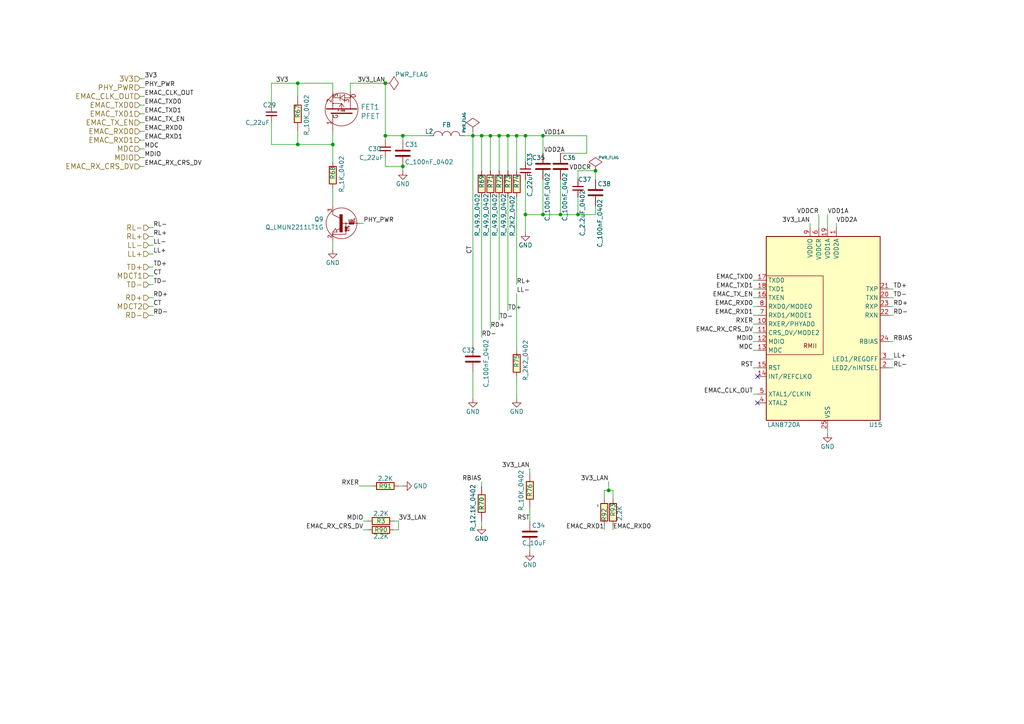
<source format=kicad_sch>
(kicad_sch (version 20211123) (generator eeschema)
  (paper "A4")
  (lib_symbols
    (symbol "C_100nF_0402_1" (pin_numbers hide) (pin_names (offset 0.254))
      (property "Reference" "C" (at 0.635 2.54 0))
      (property "Value" "C_100nF_0402_1" (at -5.715 -2.54 0))
      (symbol "C_100nF_0402_1_0_1"
        (polyline (pts (xy -2.032 -0.762) (xy 2.032 -0.762)) (stroke (width 0.508)))
        (polyline (pts (xy -2.032 0.762) (xy 2.032 0.762)) (stroke (width 0.508)))
      )
      (symbol "C_100nF_0402_1_1_1"
        (pin passive line (at 0 3.81 270) (length 2.794) (name "~") (number "1"))
        (pin passive line (at 0 -3.81 90) (length 2.794) (name "~") (number "2"))
      )
    )
    (symbol "C_100nF_0402_2" (pin_numbers hide) (pin_names (offset 0.254))
      (property "Reference" "C" (at 0.635 2.54 0))
      (property "Value" "C_100nF_0402_2" (at -5.715 -2.54 0))
      (symbol "C_100nF_0402_2_0_1"
        (polyline (pts (xy -2.032 -0.762) (xy 2.032 -0.762)) (stroke (width 0.508)))
        (polyline (pts (xy -2.032 0.762) (xy 2.032 0.762)) (stroke (width 0.508)))
      )
      (symbol "C_100nF_0402_2_1_1"
        (pin passive line (at 0 3.81 270) (length 2.794) (name "~") (number "1"))
        (pin passive line (at 0 -3.81 90) (length 2.794) (name "~") (number "2"))
      )
    )
    (symbol "C_100nF_0402_3" (pin_numbers hide) (pin_names (offset 0.254))
      (property "Reference" "C" (at 0.635 2.54 0))
      (property "Value" "C_100nF_0402_3" (at -5.715 -2.54 0))
      (symbol "C_100nF_0402_3_0_1"
        (polyline (pts (xy -2.032 -0.762) (xy 2.032 -0.762)) (stroke (width 0.508)))
        (polyline (pts (xy -2.032 0.762) (xy 2.032 0.762)) (stroke (width 0.508)))
      )
      (symbol "C_100nF_0402_3_1_1"
        (pin passive line (at 0 3.81 270) (length 2.794) (name "~") (number "1"))
        (pin passive line (at 0 -3.81 90) (length 2.794) (name "~") (number "2"))
      )
    )
    (symbol "C_100nF_0402_4" (pin_numbers hide) (pin_names (offset 0.254))
      (property "Reference" "C" (at 0.635 2.54 0))
      (property "Value" "C_100nF_0402_4" (at -5.715 -2.54 0))
      (symbol "C_100nF_0402_4_0_1"
        (polyline (pts (xy -2.032 -0.762) (xy 2.032 -0.762)) (stroke (width 0.508)))
        (polyline (pts (xy -2.032 0.762) (xy 2.032 0.762)) (stroke (width 0.508)))
      )
      (symbol "C_100nF_0402_4_1_1"
        (pin passive line (at 0 3.81 270) (length 2.794) (name "~") (number "1"))
        (pin passive line (at 0 -3.81 90) (length 2.794) (name "~") (number "2"))
      )
    )
    (symbol "C_22uF_1" (pin_numbers hide) (pin_names (offset 0.254) hide)
      (property "Reference" "C" (at 0.254 1.778 0))
      (property "Value" "C_22uF_1" (at 0.254 -2.032 0))
      (symbol "C_22uF_1_0_1"
        (polyline (pts (xy -1.524 -0.508) (xy 1.524 -0.508)) (stroke (width 0.3302)))
        (polyline (pts (xy -1.524 0.508) (xy 1.524 0.508)) (stroke (width 0.3048)))
      )
      (symbol "C_22uF_1_1_1"
        (pin passive line (at 0 2.54 270) (length 1.905) (name "~") (number "1"))
        (pin passive line (at 0 -2.54 90) (length 2.032) (name "~") (number "2"))
      )
    )
    (symbol "C_22uF_2" (pin_numbers hide) (pin_names (offset 0.254) hide)
      (property "Reference" "C" (at 0.254 1.778 0))
      (property "Value" "C_22uF_2" (at 0.254 -2.032 0))
      (symbol "C_22uF_2_0_1"
        (polyline (pts (xy -1.524 -0.508) (xy 1.524 -0.508)) (stroke (width 0.3302)))
        (polyline (pts (xy -1.524 0.508) (xy 1.524 0.508)) (stroke (width 0.3048)))
      )
      (symbol "C_22uF_2_1_1"
        (pin passive line (at 0 2.54 270) (length 1.905) (name "~") (number "1"))
        (pin passive line (at 0 -2.54 90) (length 2.032) (name "~") (number "2"))
      )
    )
    (symbol "ESP32-PoE_Rev_E:GND" (power) (pin_names (offset 0))
      (property "Value" "GND" (at 0 -3.81 0))
      (symbol "GND_0_1"
        (polyline (pts (xy 0 0) (xy 0 -1.27) (xy 1.27 -1.27) (xy 0 -2.54) (xy -1.27 -1.27) (xy 0 -1.27)))
      )
      (symbol "GND_1_1"
        (pin power_in line (at 0 0 270) (length 0) hide (name "GND") (number "1"))
      )
    )
    (symbol "ESP32-PoE_Rev_E:PWR_FLAG" (power) (pin_numbers hide) (pin_names (offset 0) hide)
      (property "Value" "PWR_FLAG" (at 0 4.572 0))
      (symbol "PWR_FLAG_0_0"
        (pin power_out line (at 0 0 90) (length 0) (name "pwr") (number "1"))
      )
      (symbol "PWR_FLAG_0_1"
        (polyline (pts (xy 0 0) (xy 0 1.27) (xy -1.905 2.54) (xy 0 3.81) (xy 1.905 2.54) (xy 0 1.27)))
      )
    )
    (symbol "Interface_Ethernet:LAN8720A"
      (property "Reference" "U" (at -13.97 29.21 0))
      (property "Value" "LAN8720A" (at 15.24 29.21 0))
      (symbol "LAN8720A_0_0"
        (text "RMII" (at -5.08 -3.81 0) (effects (font (size 1.27 1.27))))
      )
      (symbol "LAN8720A_0_1"
        (rectangle (start -17.78 27.94) (end 15.24 -25.4) (stroke (width 0.254)) (fill (type background)))
        (polyline (pts (xy -17.78 -6.35) (xy -1.27 -6.35) (xy -1.27 16.51) (xy -17.78 16.51)))
      )
      (symbol "LAN8720A_1_1"
        (pin power_in line (at 2.54 30.48 270) (length 2.54) (name "VDD2A") (number "1"))
        (pin output line (at -20.32 2.54 0) (length 2.54) (name "RXER/PHYAD0") (number "10"))
        (pin output line (at -20.32 0 0) (length 2.54) (name "CRS_DV/MODE2") (number "11"))
        (pin bidirectional line (at -20.32 -2.54 0) (length 2.54) (name "MDIO") (number "12"))
        (pin input line (at -20.32 -5.08 0) (length 2.54) (name "MDC") (number "13"))
        (pin output line (at -20.32 -12.7 0) (length 2.54) (name "INT/REFCLKO") (number "14"))
        (pin input line (at -20.32 -10.16 0) (length 2.54) (name "RST") (number "15"))
        (pin input line (at -20.32 10.16 0) (length 2.54) (name "TXEN") (number "16"))
        (pin input line (at -20.32 15.24 0) (length 2.54) (name "TXD0") (number "17"))
        (pin input line (at -20.32 12.7 0) (length 2.54) (name "TXD1") (number "18"))
        (pin power_in line (at 0 30.48 270) (length 2.54) (name "VDD1A") (number "19"))
        (pin bidirectional line (at 17.78 -10.16 180) (length 2.54) (name "LED2/nINTSEL") (number "2"))
        (pin output line (at 17.78 10.16 180) (length 2.54) (name "TXN") (number "20"))
        (pin output line (at 17.78 12.7 180) (length 2.54) (name "TXP") (number "21"))
        (pin output line (at 17.78 5.08 180) (length 2.54) (name "RXN") (number "22"))
        (pin output line (at 17.78 7.62 180) (length 2.54) (name "RXP") (number "23"))
        (pin input line (at 17.78 -2.54 180) (length 2.54) (name "RBIAS") (number "24"))
        (pin power_in line (at 0 -27.94 90) (length 2.54) (name "VSS") (number "25"))
        (pin bidirectional line (at 17.78 -7.62 180) (length 2.54) (name "LED1/REGOFF") (number "3"))
        (pin passive line (at -20.32 -20.32 0) (length 2.54) (name "XTAL2") (number "4"))
        (pin passive line (at -20.32 -17.78 0) (length 2.54) (name "XTAL1/CLKIN") (number "5"))
        (pin power_in line (at -2.54 30.48 270) (length 2.54) (name "VDDCR") (number "6"))
        (pin output line (at -20.32 5.08 0) (length 2.54) (name "RXD1/MODE1") (number "7"))
        (pin output line (at -20.32 7.62 0) (length 2.54) (name "RXD0/MODE0") (number "8"))
        (pin power_in line (at -5.08 30.48 270) (length 2.54) (name "VDDIO") (number "9"))
      )
    )
    (symbol "Open Automation:R_2.2K" (pin_numbers hide) (pin_names (offset 0))
      (property "Reference" "R" (at 0 0 90))
      (property "Value" "R_2.2K" (at -1.905 0 90))
      (symbol "R_2.2K_0_1"
        (rectangle (start -1.016 -2.54) (end 1.016 2.54) (stroke (width 0.254)) (fill (type background)))
      )
      (symbol "R_2.2K_1_1"
        (pin passive line (at 0 3.81 270) (length 1.27) (name "~") (number "1"))
        (pin passive line (at 0 -3.81 90) (length 1.27) (name "~") (number "2"))
      )
    )
    (symbol "Open_Automation:C_100nF_0402" (pin_numbers hide) (pin_names (offset 0.254))
      (property "Reference" "C" (at 0.635 2.54 0))
      (property "Value" "C_100nF_0402" (at -5.715 -2.54 0))
      (symbol "C_100nF_0402_0_1"
        (polyline (pts (xy -2.032 -0.762) (xy 2.032 -0.762)) (stroke (width 0.508)))
        (polyline (pts (xy -2.032 0.762) (xy 2.032 0.762)) (stroke (width 0.508)))
      )
      (symbol "C_100nF_0402_1_1"
        (pin passive line (at 0 3.81 270) (length 2.794) (name "~") (number "1"))
        (pin passive line (at 0 -3.81 90) (length 2.794) (name "~") (number "2"))
      )
    )
    (symbol "Open_Automation:C_10uF" (pin_numbers hide) (pin_names (offset 0.254))
      (property "Reference" "C" (at 0.635 2.54 0))
      (property "Value" "C_10uF" (at 1.27 -2.54 0))
      (symbol "C_10uF_0_1"
        (polyline (pts (xy -2.032 -0.762) (xy 2.032 -0.762)) (stroke (width 0.508)))
        (polyline (pts (xy -2.032 0.762) (xy 2.032 0.762)) (stroke (width 0.508)))
      )
      (symbol "C_10uF_1_1"
        (pin passive line (at 0 3.81 270) (length 2.794) (name "~") (number "1"))
        (pin passive line (at 0 -3.81 90) (length 2.794) (name "~") (number "2"))
      )
    )
    (symbol "Open_Automation:C_2.2uF_0402" (pin_numbers hide) (pin_names (offset 0.254) hide)
      (property "Reference" "C" (at 0.254 1.778 0))
      (property "Value" "C_2.2uF_0402" (at 0.254 -2.032 0))
      (symbol "C_2.2uF_0402_0_1"
        (polyline (pts (xy -1.524 -0.508) (xy 1.524 -0.508)) (stroke (width 0.3302)))
        (polyline (pts (xy -1.524 0.508) (xy 1.524 0.508)) (stroke (width 0.3048)))
      )
      (symbol "C_2.2uF_0402_1_1"
        (pin passive line (at 0 2.54 270) (length 1.905) (name "~") (number "1"))
        (pin passive line (at 0 -2.54 90) (length 2.032) (name "~") (number "2"))
      )
    )
    (symbol "Open_Automation:C_22uF" (pin_numbers hide) (pin_names (offset 0.254) hide)
      (property "Reference" "C" (at 0.254 1.778 0))
      (property "Value" "C_22uF" (at 0.254 -2.032 0))
      (symbol "C_22uF_0_1"
        (polyline (pts (xy -1.524 -0.508) (xy 1.524 -0.508)) (stroke (width 0.3302)))
        (polyline (pts (xy -1.524 0.508) (xy 1.524 0.508)) (stroke (width 0.3048)))
      )
      (symbol "C_22uF_1_1"
        (pin passive line (at 0 2.54 270) (length 1.905) (name "~") (number "1"))
        (pin passive line (at 0 -2.54 90) (length 2.032) (name "~") (number "2"))
      )
    )
    (symbol "Open_Automation:FB" (pin_numbers hide) (pin_names (offset 0) hide)
      (property "Reference" "L" (at -1.27 2.54 0))
      (property "Value" "FB" (at -1.27 -1.27 0))
      (symbol "FB_0_1"
        (arc (start -1.27 0) (mid -2.54 1.27) (end -3.81 0))
        (arc (start 1.27 0) (mid 0 1.27) (end -1.27 0))
        (arc (start 3.81 0) (mid 2.54 1.27) (end 1.27 0))
      )
      (symbol "FB_1_1"
        (pin passive line (at -5.08 0 0) (length 1.27) (name "1") (number "1"))
        (pin passive line (at 5.08 0 180) (length 1.27) (name "2") (number "2"))
      )
    )
    (symbol "Open_Automation:PFET" (pin_names (offset 1.016))
      (property "Reference" "FET" (at -6.35 -3.81 0))
      (property "Value" "PFET" (at -10.16 -6.35 0))
      (symbol "PFET_0_0"
        (circle (center -2.54 3.3782) (radius 0.1016))
        (polyline (pts (xy -0.0254 1.7018) (xy 0.6604 0.7874)))
        (polyline (pts (xy 0.4318 4.3688) (xy 0.4318 2.4892)))
        (polyline (pts (xy 0.4572 3.4036) (xy 2.4892 3.4036)))
        (polyline (pts (xy -0.0762 1.7018) (xy -0.7112 0.7874) (xy -0.6858 0.8382)))
        (polyline (pts (xy -0.0254 0.254) (xy -0.0254 1.7272) (xy 2.5146 1.7272)))
        (polyline (pts (xy -2.5146 3.3782) (xy -0.9144 3.3782) (xy -0.9144 4.2926) (xy -0.9144 2.5146) (xy 0.4064 3.3782) (xy -0.889 4.3434)))
        (polyline (pts (xy -4.445 0.2286) (xy 4.4196 0.254) (xy 4.4196 0.0762) (xy -4.4196 0.0762) (xy -4.445 0.0762) (xy -4.445 0.1524) (xy 4.2926 0.1524)))
        (polyline (pts (xy -3.0988 -1.016) (xy 3.0988 -1.016) (xy 3.0988 -1.1938) (xy -3.0734 -1.2192) (xy -3.1242 -1.2192) (xy -3.1242 -1.0414) (xy -3.048 -1.143) (xy 2.9972 -1.1176)))
        (circle (center 0 0) (radius 4.7752))
        (circle (center 2.5146 1.7272) (radius 0.1016))
        (circle (center 2.5146 3.4036) (radius 0.1016))
        (text "D" (at -3.429 3.9878 900) (effects (font (size 1.27 1.27))))
        (text "G" (at 1.7272 -2.032 900) (effects (font (size 1.27 1.27))))
        (text "P-MOS" (at 0.0254 -0.381 0) (effects (font (size 0.4064 0.4064))))
        (text "S" (at 1.7526 4.1402 900) (effects (font (size 1.27 1.27))))
      )
      (symbol "PFET_1_1"
        (pin input line (at 2.54 -6.35 90) (length 5.08) (name "~") (number "1"))
        (pin passive line (at 2.54 5.08 270) (length 5.08) (name "~") (number "2"))
        (pin passive line (at -2.54 5.08 270) (length 5.08) (name "~") (number "3"))
      )
    )
    (symbol "Open_Automation:Q_LMUN2211LT1G" (pin_names (offset 0) hide)
      (property "Reference" "Q" (at 5.08 0 0))
      (property "Value" "Q_LMUN2211LT1G" (at 5.08 -2.54 0))
      (symbol "Q_LMUN2211LT1G_1_0"
        (polyline (pts (xy -3.556 -0.254) (xy -2.286 -0.254)))
        (polyline (pts (xy -3.556 -0.127) (xy -3.556 -0.254)))
        (polyline (pts (xy -3.556 -0.127) (xy -2.286 -0.127)))
        (polyline (pts (xy -3.556 0) (xy -3.556 -0.127)))
        (polyline (pts (xy -3.556 0.127) (xy -3.556 0)))
        (polyline (pts (xy -3.556 0.127) (xy -2.286 0.127)))
        (polyline (pts (xy -3.556 0.254) (xy -3.556 0.127)))
        (polyline (pts (xy -3.556 0.254) (xy -2.286 0.254)))
        (polyline (pts (xy -2.286 0) (xy -3.556 0)))
        (polyline (pts (xy -2.286 0) (xy -2.286 -0.254)))
        (polyline (pts (xy -2.286 0.127) (xy -2.286 0)))
        (polyline (pts (xy -2.286 0.254) (xy -2.286 0.127)))
        (polyline (pts (xy -1.524 -2.286) (xy -1.524 -1.016)))
        (polyline (pts (xy -1.524 -2.286) (xy -1.397 -2.286)))
        (polyline (pts (xy -1.524 -1.016) (xy -1.397 -1.016)))
        (polyline (pts (xy -1.397 -2.286) (xy -1.397 -1.016)))
        (polyline (pts (xy -1.397 -2.286) (xy -1.143 -2.286)))
        (polyline (pts (xy -1.397 -1.016) (xy -1.143 -1.016)))
        (polyline (pts (xy -1.27 -3.175) (xy 2.54 -3.175)))
        (polyline (pts (xy -1.27 0) (xy -2.286 0)))
        (polyline (pts (xy -1.27 0) (xy -1.27 -3.175)))
        (polyline (pts (xy -1.143 -2.286) (xy -1.143 -1.016)))
        (polyline (pts (xy -1.143 -2.286) (xy -1.016 -2.286)))
        (polyline (pts (xy -1.143 -1.016) (xy -1.016 -1.016)))
        (polyline (pts (xy -1.016 -2.286) (xy -1.016 -1.016)))
        (polyline (pts (xy 0 0) (xy -1.27 0)))
        (polyline (pts (xy 1.27 -2.54) (xy 1.778 -1.524)))
        (polyline (pts (xy 1.524 -2.032) (xy 0.3048 -1.4224)))
        (polyline (pts (xy 1.778 -1.524) (xy 2.54 -2.54)))
        (polyline (pts (xy 2.54 -2.54) (xy 1.27 -2.54)))
        (polyline (pts (xy 2.54 2.54) (xy 0.508 1.524)))
        (text "10k" (at -2.7686 0.7366 0) (effects (font (size 0.6096 0.6096))))
        (text "47k" (at -2.0066 -1.4986 900) (effects (font (size 0.6096 0.6096))))
      )
      (symbol "Q_LMUN2211LT1G_1_1"
        (circle (center -1.27 0) (radius 0.127) (fill (type outline)))
        (rectangle (start -0.254 -2.54) (end 0.508 2.54) (fill (type outline)))
        (circle (center 0 0) (radius 4.4704))
        (circle (center 2.54 -3.175) (radius 0.127) (fill (type outline)))
        (pin passive line (at -5.08 0 0) (length 2.54) (name "B") (number "1"))
        (pin passive line (at 2.54 -5.08 90) (length 2.54) (name "E") (number "2"))
        (pin passive line (at 2.54 5.08 270) (length 2.54) (name "C") (number "3"))
      )
    )
    (symbol "Open_Automation:R_10K_0402" (pin_numbers hide) (pin_names (offset 0))
      (property "Reference" "R" (at 0 0 90))
      (property "Value" "R_10K_0402" (at -1.905 0 90))
      (symbol "R_10K_0402_0_1"
        (rectangle (start -1.016 -2.54) (end 1.016 2.54) (stroke (width 0.254)) (fill (type background)))
      )
      (symbol "R_10K_0402_1_1"
        (pin passive line (at 0 -5.08 90) (length 2.54) (name "~") (number "1"))
        (pin passive line (at 0 5.08 270) (length 2.54) (name "~") (number "2"))
      )
    )
    (symbol "Open_Automation:R_12.1K_0402" (pin_numbers hide) (pin_names (offset 0))
      (property "Reference" "R" (at 0 0 90))
      (property "Value" "R_12.1K_0402" (at -1.905 0 90))
      (symbol "R_12.1K_0402_0_1"
        (rectangle (start -1.016 -2.54) (end 1.016 2.54) (stroke (width 0.254)) (fill (type background)))
      )
      (symbol "R_12.1K_0402_1_1"
        (pin passive line (at 0 -5.08 90) (length 2.54) (name "~") (number "1"))
        (pin passive line (at 0 5.08 270) (length 2.54) (name "~") (number "2"))
      )
    )
    (symbol "Open_Automation:R_1K_0402" (pin_numbers hide) (pin_names (offset 0))
      (property "Reference" "R" (at 0 0 90))
      (property "Value" "R_1K_0402" (at -1.905 0 90))
      (symbol "R_1K_0402_0_1"
        (rectangle (start -1.016 -2.54) (end 1.016 2.54) (stroke (width 0.254)) (fill (type background)))
      )
      (symbol "R_1K_0402_1_1"
        (pin passive line (at 0 3.81 270) (length 1.27) (name "~") (number "1"))
        (pin passive line (at 0 -3.81 90) (length 1.27) (name "~") (number "2"))
      )
    )
    (symbol "Open_Automation:R_2K2_0402" (pin_numbers hide) (pin_names (offset 0))
      (property "Reference" "R" (at 0 0 90))
      (property "Value" "R_2K2_0402" (at -1.905 0 90))
      (symbol "R_2K2_0402_0_1"
        (rectangle (start -1.016 -2.54) (end 1.016 2.54) (stroke (width 0.254)) (fill (type background)))
      )
      (symbol "R_2K2_0402_1_1"
        (pin passive line (at 0 3.81 270) (length 1.27) (name "~") (number "1"))
        (pin passive line (at 0 -3.81 90) (length 1.27) (name "~") (number "2"))
      )
    )
    (symbol "Open_Automation:R_49.9_0402" (pin_numbers hide) (pin_names (offset 0))
      (property "Reference" "R" (at 0 0 90))
      (property "Value" "R_49.9_0402" (at -1.905 0 90))
      (symbol "R_49.9_0402_0_1"
        (rectangle (start -1.016 -2.54) (end 1.016 2.54) (stroke (width 0.254)) (fill (type background)))
      )
      (symbol "R_49.9_0402_1_1"
        (pin passive line (at 0 3.81 270) (length 1.27) (name "~") (number "1"))
        (pin passive line (at 0 -3.81 90) (length 1.27) (name "~") (number "2"))
      )
    )
    (symbol "R_10K_0402_1" (pin_numbers hide) (pin_names (offset 0))
      (property "Reference" "R" (at 0 0 90))
      (property "Value" "R_10K_0402_1" (at -1.905 0 90))
      (symbol "R_10K_0402_1_0_1"
        (rectangle (start -1.016 -2.54) (end 1.016 2.54) (stroke (width 0.254)) (fill (type background)))
      )
      (symbol "R_10K_0402_1_1_1"
        (pin passive line (at 0 -5.08 90) (length 2.54) (name "~") (number "1"))
        (pin passive line (at 0 5.08 270) (length 2.54) (name "~") (number "2"))
      )
    )
    (symbol "R_2K2_0402_1" (pin_numbers hide) (pin_names (offset 0))
      (property "Reference" "R" (at 0 0 90))
      (property "Value" "R_2K2_0402_1" (at -1.905 0 90))
      (symbol "R_2K2_0402_1_0_1"
        (rectangle (start -1.016 -2.54) (end 1.016 2.54) (stroke (width 0.254)) (fill (type background)))
      )
      (symbol "R_2K2_0402_1_1_1"
        (pin passive line (at 0 3.81 270) (length 1.27) (name "~") (number "1"))
        (pin passive line (at 0 -3.81 90) (length 1.27) (name "~") (number "2"))
      )
    )
    (symbol "R_49.9_0402_1" (pin_numbers hide) (pin_names (offset 0))
      (property "Reference" "R" (at 0 0 90))
      (property "Value" "R_49.9_0402_1" (at -1.905 0 90))
      (symbol "R_49.9_0402_1_0_1"
        (rectangle (start -1.016 -2.54) (end 1.016 2.54) (stroke (width 0.254)) (fill (type background)))
      )
      (symbol "R_49.9_0402_1_1_1"
        (pin passive line (at 0 3.81 270) (length 1.27) (name "~") (number "1"))
        (pin passive line (at 0 -3.81 90) (length 1.27) (name "~") (number "2"))
      )
    )
    (symbol "power:GND" (power) (pin_names (offset 0))
      (property "Value" "GND" (at 0 -3.81 0))
      (symbol "GND_0_1"
        (polyline (pts (xy 0 0) (xy 0 -1.27) (xy 1.27 -1.27) (xy 0 -2.54) (xy -1.27 -1.27) (xy 0 -1.27)))
      )
      (symbol "GND_1_1"
        (pin power_in line (at 0 0 270) (length 0) hide (name "GND") (number "1"))
      )
    )
  )
  (junction (at 157.48 39.37))
  (junction (at 147.32 39.37))
  (junction (at 86.36 24.13))
  (junction (at 176.53 142.24))
  (junction (at 137.16 39.37))
  (junction (at 172.72 49.53))
  (junction (at 116.84 48.26))
  (junction (at 111.76 39.37))
  (junction (at 86.36 41.91))
  (junction (at 152.4 62.23))
  (junction (at 116.84 39.37))
  (junction (at 144.78 39.37))
  (junction (at 152.4 39.37))
  (junction (at 149.86 39.37))
  (junction (at 96.52 41.91))
  (junction (at 111.76 24.13))
  (junction (at 157.48 62.23))
  (junction (at 162.56 62.23))
  (junction (at 139.7 39.37))
  (junction (at 167.64 62.23))
  (junction (at 142.24 39.37))
  (no_connect (at 219.71 116.84))
  (no_connect (at 219.71 109.22))
  (wire (pts (xy 162.56 52.07) (xy 162.56 62.23)))
  (wire (pts (xy 167.64 49.53) (xy 172.72 49.53)))
  (wire (pts (xy 218.44 88.9) (xy 219.71 88.9)))
  (wire (pts (xy 218.44 106.68) (xy 219.71 106.68)))
  (wire (pts (xy 40.64 38.1) (xy 41.91 38.1)))
  (wire (pts (xy 162.56 62.23) (xy 167.64 62.23)))
  (wire (pts (xy 157.48 62.23) (xy 162.56 62.23)))
  (wire (pts (xy 137.16 39.37) (xy 139.7 39.37)))
  (wire (pts (xy 152.4 62.23) (xy 152.4 67.31)))
  (wire (pts (xy 234.95 64.77) (xy 234.95 66.04)))
  (wire (pts (xy 172.72 52.07) (xy 172.72 49.53)))
  (wire (pts (xy 177.8 153.67) (xy 177.8 152.4)))
  (wire (pts (xy 149.86 57.15) (xy 149.86 82.55)))
  (wire (pts (xy 167.64 62.23) (xy 172.72 62.23)))
  (wire (pts (xy 147.32 39.37) (xy 149.86 39.37)))
  (wire (pts (xy 41.91 30.48) (xy 40.64 30.48)))
  (wire (pts (xy 218.44 81.28) (xy 219.71 81.28)))
  (wire (pts (xy 237.49 62.23) (xy 237.49 66.04)))
  (wire (pts (xy 149.86 39.37) (xy 152.4 39.37)))
  (wire (pts (xy 259.08 106.68) (xy 257.81 106.68)))
  (wire (pts (xy 167.64 49.53) (xy 167.64 52.07)))
  (wire (pts (xy 116.84 40.64) (xy 116.84 39.37)))
  (wire (pts (xy 86.36 38.1) (xy 86.36 41.91)))
  (wire (pts (xy 105.41 153.67) (xy 106.68 153.67)))
  (wire (pts (xy 259.08 99.06) (xy 257.81 99.06)))
  (wire (pts (xy 139.7 139.7) (xy 139.7 140.97)))
  (wire (pts (xy 116.84 48.26) (xy 116.84 49.53)))
  (wire (pts (xy 157.48 39.37) (xy 170.18 39.37)))
  (wire (pts (xy 105.41 64.77) (xy 104.14 64.77)))
  (wire (pts (xy 44.45 68.58) (xy 43.18 68.58)))
  (wire (pts (xy 116.84 140.97) (xy 115.57 140.97)))
  (wire (pts (xy 259.08 104.14) (xy 257.81 104.14)))
  (wire (pts (xy 86.36 41.91) (xy 96.52 41.91)))
  (wire (pts (xy 176.53 142.24) (xy 175.26 142.24)))
  (wire (pts (xy 78.74 41.91) (xy 86.36 41.91)))
  (wire (pts (xy 116.84 39.37) (xy 124.46 39.37)))
  (wire (pts (xy 137.16 107.95) (xy 137.16 115.57)))
  (wire (pts (xy 114.3 153.67) (xy 115.57 153.67)))
  (wire (pts (xy 41.91 27.94) (xy 40.64 27.94)))
  (wire (pts (xy 105.41 151.13) (xy 106.68 151.13)))
  (wire (pts (xy 86.36 27.94) (xy 86.36 24.13)))
  (wire (pts (xy 139.7 39.37) (xy 142.24 39.37)))
  (wire (pts (xy 101.6 26.67) (xy 101.6 24.13)))
  (wire (pts (xy 218.44 93.98) (xy 219.71 93.98)))
  (wire (pts (xy 111.76 40.64) (xy 111.76 39.37)))
  (wire (pts (xy 219.71 99.06) (xy 218.44 99.06)))
  (wire (pts (xy 115.57 151.13) (xy 115.57 153.67)))
  (wire (pts (xy 175.26 153.67) (xy 175.26 152.4)))
  (wire (pts (xy 170.18 39.37) (xy 170.18 44.45)))
  (wire (pts (xy 101.6 24.13) (xy 111.76 24.13)))
  (wire (pts (xy 44.45 86.36) (xy 43.18 86.36)))
  (wire (pts (xy 41.91 33.02) (xy 40.64 33.02)))
  (wire (pts (xy 111.76 45.72) (xy 111.76 48.26)))
  (wire (pts (xy 44.45 91.44) (xy 43.18 91.44)))
  (wire (pts (xy 44.45 71.12) (xy 43.18 71.12)))
  (wire (pts (xy 144.78 57.15) (xy 144.78 92.71)))
  (wire (pts (xy 40.64 48.26) (xy 41.91 48.26)))
  (wire (pts (xy 44.45 88.9) (xy 43.18 88.9)))
  (wire (pts (xy 115.57 151.13) (xy 114.3 151.13)))
  (wire (pts (xy 41.91 45.72) (xy 40.64 45.72)))
  (wire (pts (xy 142.24 57.15) (xy 142.24 95.25)))
  (wire (pts (xy 259.08 83.82) (xy 257.81 83.82)))
  (wire (pts (xy 177.8 142.24) (xy 177.8 144.78)))
  (wire (pts (xy 167.64 62.23) (xy 167.64 57.15)))
  (wire (pts (xy 149.86 109.22) (xy 149.86 115.57)))
  (wire (pts (xy 147.32 49.53) (xy 147.32 39.37)))
  (wire (pts (xy 96.52 24.13) (xy 96.52 26.67)))
  (wire (pts (xy 153.67 147.32) (xy 153.67 151.13)))
  (wire (pts (xy 147.32 57.15) (xy 147.32 90.17)))
  (wire (pts (xy 139.7 151.13) (xy 139.7 152.4)))
  (wire (pts (xy 175.26 142.24) (xy 175.26 144.78)))
  (wire (pts (xy 152.4 46.99) (xy 152.4 39.37)))
  (wire (pts (xy 40.64 40.64) (xy 41.91 40.64)))
  (wire (pts (xy 44.45 80.01) (xy 43.18 80.01)))
  (wire (pts (xy 144.78 49.53) (xy 144.78 39.37)))
  (wire (pts (xy 111.76 48.26) (xy 116.84 48.26)))
  (wire (pts (xy 259.08 86.36) (xy 257.81 86.36)))
  (wire (pts (xy 78.74 24.13) (xy 86.36 24.13)))
  (wire (pts (xy 41.91 35.56) (xy 40.64 35.56)))
  (wire (pts (xy 86.36 24.13) (xy 96.52 24.13)))
  (wire (pts (xy 218.44 86.36) (xy 219.71 86.36)))
  (wire (pts (xy 40.64 43.18) (xy 41.91 43.18)))
  (wire (pts (xy 153.67 160.02) (xy 153.67 158.75)))
  (wire (pts (xy 218.44 101.6) (xy 219.71 101.6)))
  (wire (pts (xy 176.53 142.24) (xy 177.8 142.24)))
  (wire (pts (xy 78.74 30.48) (xy 78.74 24.13)))
  (wire (pts (xy 259.08 88.9) (xy 257.81 88.9)))
  (wire (pts (xy 153.67 135.89) (xy 153.67 137.16)))
  (wire (pts (xy 111.76 24.13) (xy 111.76 39.37)))
  (wire (pts (xy 78.74 35.56) (xy 78.74 41.91)))
  (wire (pts (xy 152.4 52.07) (xy 152.4 62.23)))
  (wire (pts (xy 134.62 39.37) (xy 137.16 39.37)))
  (wire (pts (xy 142.24 49.53) (xy 142.24 39.37)))
  (wire (pts (xy 41.91 25.4) (xy 40.64 25.4)))
  (wire (pts (xy 43.18 73.66) (xy 44.45 73.66)))
  (wire (pts (xy 240.03 62.23) (xy 240.03 66.04)))
  (wire (pts (xy 144.78 39.37) (xy 147.32 39.37)))
  (wire (pts (xy 149.86 85.09) (xy 149.86 101.6)))
  (wire (pts (xy 218.44 114.3) (xy 219.71 114.3)))
  (wire (pts (xy 96.52 54.61) (xy 96.52 59.69)))
  (wire (pts (xy 172.72 59.69) (xy 172.72 62.23)))
  (wire (pts (xy 137.16 39.37) (xy 137.16 100.33)))
  (wire (pts (xy 218.44 83.82) (xy 219.71 83.82)))
  (wire (pts (xy 162.56 44.45) (xy 170.18 44.45)))
  (wire (pts (xy 96.52 72.39) (xy 96.52 69.85)))
  (wire (pts (xy 44.45 82.55) (xy 43.18 82.55)))
  (wire (pts (xy 96.52 41.91) (xy 96.52 46.99)))
  (wire (pts (xy 157.48 52.07) (xy 157.48 62.23)))
  (wire (pts (xy 152.4 62.23) (xy 157.48 62.23)))
  (wire (pts (xy 104.14 140.97) (xy 107.95 140.97)))
  (wire (pts (xy 176.53 139.7) (xy 176.53 142.24)))
  (wire (pts (xy 111.76 39.37) (xy 116.84 39.37)))
  (wire (pts (xy 139.7 49.53) (xy 139.7 39.37)))
  (wire (pts (xy 218.44 96.52) (xy 219.71 96.52)))
  (wire (pts (xy 240.03 125.73) (xy 240.03 124.46)))
  (wire (pts (xy 157.48 44.45) (xy 157.48 39.37)))
  (wire (pts (xy 137.16 38.1) (xy 137.16 39.37)))
  (wire (pts (xy 142.24 39.37) (xy 144.78 39.37)))
  (wire (pts (xy 152.4 39.37) (xy 157.48 39.37)))
  (wire (pts (xy 96.52 38.1) (xy 96.52 41.91)))
  (wire (pts (xy 149.86 49.53) (xy 149.86 39.37)))
  (wire (pts (xy 139.7 57.15) (xy 139.7 97.79)))
  (wire (pts (xy 44.45 66.04) (xy 43.18 66.04)))
  (wire (pts (xy 259.08 91.44) (xy 257.81 91.44)))
  (wire (pts (xy 242.57 64.77) (xy 242.57 66.04)))
  (wire (pts (xy 218.44 91.44) (xy 219.71 91.44)))
  (wire (pts (xy 44.45 77.47) (xy 43.18 77.47)))
  (wire (pts (xy 41.91 22.86) (xy 40.64 22.86)))
  (label "RBIAS" (at 139.7 139.7 180))
  (label "EMAC_TXD0" (at 41.91 30.48 0))
  (label "EMAC_RX_CRS_DV" (at 41.91 48.26 0))
  (label "EMAC_RXD1" (at 218.44 91.44 180))
  (label "VDD2A" (at 163.83 44.45 180))
  (label "MDIO" (at 105.41 151.13 180))
  (label "RL-" (at 44.45 66.04 0))
  (label "EMAC_RXD1" (at 175.26 153.67 180))
  (label "MDIO" (at 41.91 45.72 0))
  (label "3V3_LAN" (at 234.95 64.77 180))
  (label "LL+" (at 259.08 104.14 0))
  (label "RL-" (at 259.08 106.68 0))
  (label "RD+" (at 142.24 95.25 0))
  (label "TD+" (at 44.45 77.47 0))
  (label "RD+" (at 44.45 86.36 0))
  (label "VDDCR" (at 237.49 62.23 180))
  (label "EMAC_RX_CRS_DV" (at 105.41 153.67 180))
  (label "RST" (at 153.67 151.13 180))
  (label "TD-" (at 44.45 82.55 0))
  (label "3V3" (at 80.01 24.13 0))
  (label "3V3_LAN" (at 111.76 24.13 180))
  (label "RL+" (at 149.86 82.55 0))
  (label "MDC" (at 41.91 43.18 0))
  (label "RL+" (at 44.45 68.58 0))
  (label "LL+" (at 44.45 73.66 0))
  (label "RXER" (at 104.14 140.97 180))
  (label "TD-" (at 259.08 86.36 0))
  (label "TD+" (at 147.32 90.17 0))
  (label "EMAC_RXD1" (at 41.91 40.64 0))
  (label "3V3" (at 41.91 22.86 0))
  (label "EMAC_TXD1" (at 218.44 83.82 180))
  (label "PHY_PWR" (at 105.41 64.77 0))
  (label "VDDCR" (at 171.45 49.53 180))
  (label "EMAC_CLK_OUT" (at 41.91 27.94 0))
  (label "EMAC_TXD1" (at 41.91 33.02 0))
  (label "PHY_PWR" (at 41.91 25.4 0))
  (label "RD-" (at 139.7 97.79 0))
  (label "EMAC_TXD0" (at 218.44 81.28 180))
  (label "RD-" (at 259.08 91.44 0))
  (label "CT" (at 137.16 73.66 90))
  (label "EMAC_CLK_OUT" (at 218.44 114.3 180))
  (label "EMAC_RXD0" (at 177.8 153.67 0))
  (label "3V3_LAN" (at 115.57 151.13 0))
  (label "VDD1A" (at 240.03 62.23 0))
  (label "3V3_LAN" (at 176.53 139.7 180))
  (label "RST" (at 218.44 106.68 180))
  (label "MDIO" (at 218.44 99.06 180))
  (label "LL-" (at 44.45 71.12 0))
  (label "TD-" (at 144.78 92.71 0))
  (label "RD-" (at 44.45 91.44 0))
  (label "VDD2A" (at 242.57 64.77 0))
  (label "3V3_LAN" (at 153.67 135.89 180))
  (label "RXER" (at 218.44 93.98 180))
  (label "EMAC_RX_CRS_DV" (at 218.44 96.52 180))
  (label "RBIAS" (at 259.08 99.06 0))
  (label "MDC" (at 218.44 101.6 180))
  (label "EMAC_TX_EN" (at 41.91 35.56 0))
  (label "VDD1A" (at 163.83 39.37 180))
  (label "EMAC_RXD0" (at 218.44 88.9 180))
  (label "RD+" (at 259.08 88.9 0))
  (label "EMAC_RXD0" (at 41.91 38.1 0))
  (label "LL-" (at 149.86 85.09 0))
  (label "EMAC_TX_EN" (at 218.44 86.36 180))
  (label "CT" (at 44.45 80.01 0))
  (label "CT" (at 44.45 88.9 0))
  (label "TD+" (at 259.08 83.82 0))
  (hierarchical_label "TD-" (shape input) (at 43.18 82.55 180) (effects (font (size 1.524 1.524))))
  (hierarchical_label "MDC" (shape input) (at 40.64 43.18 180) (effects (font (size 1.524 1.524))))
  (hierarchical_label "MDIO" (shape input) (at 40.64 45.72 180) (effects (font (size 1.524 1.524))))
  (hierarchical_label "EMAC_RXD0" (shape input) (at 40.64 38.1 180) (effects (font (size 1.524 1.524))))
  (hierarchical_label "EMAC_RX_CRS_DV" (shape input) (at 40.64 48.26 180) (effects (font (size 1.524 1.524))))
  (hierarchical_label "3V3" (shape input) (at 40.64 22.86 180) (effects (font (size 1.524 1.524))))
  (hierarchical_label "RL+" (shape input) (at 43.18 68.58 180) (effects (font (size 1.524 1.524))))
  (hierarchical_label "EMAC_TX_EN" (shape input) (at 40.64 35.56 180) (effects (font (size 1.524 1.524))))
  (hierarchical_label "EMAC_TXD0" (shape input) (at 40.64 30.48 180) (effects (font (size 1.524 1.524))))
  (hierarchical_label "MDCT2" (shape input) (at 43.18 88.9 180) (effects (font (size 1.524 1.524))))
  (hierarchical_label "EMAC_RXD1" (shape input) (at 40.64 40.64 180) (effects (font (size 1.524 1.524))))
  (hierarchical_label "LL+" (shape input) (at 43.18 73.66 180) (effects (font (size 1.524 1.524))))
  (hierarchical_label "TD+" (shape input) (at 43.18 77.47 180) (effects (font (size 1.524 1.524))))
  (hierarchical_label "RL-" (shape input) (at 43.18 66.04 180) (effects (font (size 1.524 1.524))))
  (hierarchical_label "RD+" (shape input) (at 43.18 86.36 180) (effects (font (size 1.524 1.524))))
  (hierarchical_label "EMAC_TXD1" (shape input) (at 40.64 33.02 180) (effects (font (size 1.524 1.524))))
  (hierarchical_label "MDCT1" (shape input) (at 43.18 80.01 180) (effects (font (size 1.524 1.524))))
  (hierarchical_label "EMAC_CLK_OUT" (shape input) (at 40.64 27.94 180) (effects (font (size 1.524 1.524))))
  (hierarchical_label "LL-" (shape input) (at 43.18 71.12 180) (effects (font (size 1.524 1.524))))
  (hierarchical_label "PHY_PWR" (shape input) (at 40.64 25.4 180) (effects (font (size 1.524 1.524))))
  (hierarchical_label "RD-" (shape input) (at 43.18 91.44 180) (effects (font (size 1.524 1.524))))
  (symbol (lib_id "ESP32-PoE_Rev_E:PWR_FLAG") (at 137.16 38.1 0) (unit 1)
    (property "Reference" "#FLG04" (effects hide))
    (property "Value" "PWR_FLAG" (at 134.62 35.56 90) (effects (font (size 0.7874 0.7874))))
  )
  (symbol (lib_id "ESP32-PoE_Rev_E:PWR_FLAG") (at 172.72 49.53 0) (unit 1)
    (property "Reference" "#FLG05" (effects hide))
    (property "Value" "PWR_FLAG" (at 176.53 45.72 0) (effects (font (size 0.7874 0.7874))))
  )
  (symbol (lib_id "Open_Automation:R_10K_0402") (at 153.67 142.24 0) (unit 1)
    (property "Reference" "R76" (at 153.67 142.24 90))
    (property "Value" "R_10K_0402" (at 151.13 142.24 90))
    (property "Footprint" "Resistor_SMD:R_0402_1005Metric_Pad0.72x0.64mm_HandSolder" (effects hide))
    (property "Datasheet" "https://datasheet.lcsc.com/szlcsc/Uniroyal-Elec-0402WGF1002TCE_C25744.pdf" (effects hide))
    (property "Part Number" "0402WGF1002TCE" (effects hide))
    (property "LCSC" "C25744" (effects hide))
  )
  (symbol (lib_id "Open_Automation:C_10uF") (at 153.67 154.94 180) (unit 1)
    (property "Reference" "C34" (at 156.21 152.4 0))
    (property "Value" "C_10uF" (at 154.94 157.48 0))
    (property "Footprint" "Capacitor_SMD:C_0805_2012Metric_Pad1.18x1.45mm_HandSolder" (effects hide))
    (property "Datasheet" "https://datasheet.lcsc.com/szlcsc/Samsung-Electro-Mechanics-CL21A106KAYNNNE_C15850.pdf" (effects hide))
    (property "Part Number" "CL21A106KAYNNNE" (effects hide))
    (property "LCSC" "C15850" (effects hide))
  )
  (symbol (lib_id "Interface_Ethernet:LAN8720A") (at 240.03 96.52 0) (unit 1)
    (property "Reference" "U15" (at 254 123.19 0))
    (property "Value" "LAN8720A" (at 227.33 123.19 0))
    (property "Footprint" "Package_DFN_QFN:QFN-24-1EP_4x4mm_P0.5mm_EP2.6x2.6mm" (effects hide))
    (property "Datasheet" "http://ww1.microchip.com/downloads/en/DeviceDoc/8720a.pdf" (effects hide))
    (property "LCSC" "C45223" (effects hide))
    (property "Part Number" "LAN8720A-CP-TR" (effects hide))
  )
  (symbol (lib_id "Open_Automation:R_12.1K_0402") (at 139.7 146.05 180) (unit 1)
    (property "Reference" "R70" (at 139.7 146.05 90))
    (property "Value" "R_12.1K_0402" (at 137.16 147.32 90))
    (property "Footprint" "Resistor_SMD:R_0402_1005Metric_Pad0.72x0.64mm_HandSolder" (effects hide))
    (property "Datasheet" "https://datasheet.lcsc.com/szlcsc/Uniroyal-Elec-0402WGF1212TCE_C25852.pdf" (effects hide))
    (property "Part Number" "0402WGF1212TCE" (effects hide))
    (property "LCSC" "C25852" (effects hide))
  )
  (symbol (lib_name "R_10K_0402_1") (lib_id "Open_Automation:R_10K_0402") (at 86.36 33.02 0) (unit 1)
    (property "Reference" "R67" (at 86.36 34.29 90) (effects (justify left)))
    (property "Value" "R_10K_0402" (at 88.9 39.37 90) (effects (justify left)))
    (property "Footprint" "Resistor_SMD:R_0402_1005Metric_Pad0.72x0.64mm_HandSolder" (effects hide))
    (property "Datasheet" "https://datasheet.lcsc.com/szlcsc/Uniroyal-Elec-0402WGF1002TCE_C25744.pdf" (effects hide))
    (property "Part Number" "0402WGF1002TCE" (effects hide))
    (property "LCSC" "C25744" (effects hide))
  )
  (symbol (lib_id "power:GND") (at 240.03 125.73 0) (unit 1)
    (property "Reference" "#PWR0116" (effects hide))
    (property "Value" "GND" (at 240.03 129.54 0))
  )
  (symbol (lib_id "Open_Automation:PFET") (at 99.06 31.75 0) (mirror y) (unit 1)
    (property "Reference" "FET1" (at 104.5464 31.0388 0) (effects (font (size 1.524 1.524)) (justify right)))
    (property "Value" "PFET" (at 104.5464 33.7312 0) (effects (font (size 1.524 1.524)) (justify right)))
    (property "Footprint" "Package_TO_SOT_SMD:SOT-23" (effects hide))
    (property "Datasheet" "https://datasheet.lcsc.com/szlcsc/Will-Semicon-WPM2015-3-TR_C213159.pdf" (effects hide))
    (property "Part Number" "WPM2015-3/TR" (effects hide))
    (property "LCSC" "C213159" (effects hide))
  )
  (symbol (lib_id "Open_Automation:R_1K_0402") (at 96.52 50.8 0) (unit 1)
    (property "Reference" "R68" (at 96.52 52.07 90) (effects (justify left)))
    (property "Value" "R_1K_0402" (at 99.06 55.88 90) (effects (justify left)))
    (property "Footprint" "Resistor_SMD:R_0402_1005Metric_Pad0.72x0.64mm_HandSolder" (effects hide))
    (property "Datasheet" "https://www.digikey.com/product-detail/en/panasonic-electronic-components/ERJ-3GEYJ102V/P1.0KGDKR-ND/577615" (effects hide))
    (property "Part Number" "0402WGF1001TCE" (effects hide))
    (property "LCSC" "C11702" (effects hide))
  )
  (symbol (lib_id "Open_Automation:Q_LMUN2211LT1G") (at 99.06 64.77 0) (mirror y) (unit 1)
    (property "Reference" "Q9" (at 93.8784 63.6016 0) (effects (justify left)))
    (property "Value" "Q_LMUN2211LT1G" (at 93.8784 65.913 0) (effects (justify left)))
    (property "Footprint" "Package_TO_SOT_SMD:SOT-23" (effects hide))
    (property "Datasheet" "https://datasheet.lcsc.com/szlcsc/Leshan-Radio-LMUN2211LT1G_C12775.pdf" (effects hide))
    (property "Part Number" "LMUN2211LT1G" (effects hide))
    (property "LCSC" "C12775" (effects hide))
  )
  (symbol (lib_id "power:GND") (at 139.7 152.4 0) (unit 1)
    (property "Reference" "#PWR0112" (effects hide))
    (property "Value" "GND" (at 139.7 156.21 0))
  )
  (symbol (lib_name "C_22uF_2") (lib_id "Open_Automation:C_22uF") (at 78.74 33.02 0) (unit 1)
    (property "Reference" "C29" (at 76.2 30.48 0) (effects (justify left)))
    (property "Value" "C_22uF" (at 71.12 35.56 0) (effects (justify left)))
    (property "Footprint" "Capacitor_SMD:C_0603_1608Metric_Pad1.08x0.95mm_HandSolder" (effects hide))
    (property "Datasheet" "https://datasheet.lcsc.com/szlcsc/Samsung-Electro-Mechanics-CL10A226MQ8NRNC_C59461.pdf" (effects hide))
    (property "Part Number" "CL10A226MQ8NRNC" (effects hide))
    (property "LCSC" "C59461" (effects hide))
  )
  (symbol (lib_name "C_22uF_1") (lib_id "Open_Automation:C_22uF") (at 111.76 43.18 0) (unit 1)
    (property "Reference" "C30" (at 106.68 43.18 0) (effects (justify left)))
    (property "Value" "C_22uF" (at 104.14 45.72 0) (effects (justify left)))
    (property "Footprint" "Capacitor_SMD:C_0603_1608Metric_Pad1.08x0.95mm_HandSolder" (effects hide))
    (property "Datasheet" "https://datasheet.lcsc.com/szlcsc/Samsung-Electro-Mechanics-CL10A226MQ8NRNC_C59461.pdf" (effects hide))
    (property "Part Number" "CL10A226MQ8NRNC" (effects hide))
    (property "LCSC" "C59461" (effects hide))
  )
  (symbol (lib_id "Open_Automation:FB") (at 129.54 39.37 0) (unit 1)
    (property "Reference" "L2" (at 124.46 38.1 0))
    (property "Value" "FB" (at 129.54 36.2204 0))
    (property "Footprint" "Inductor_SMD:L_1206_3216Metric" (effects hide))
    (property "Datasheet" "https://datasheet.lcsc.com/szlcsc/1810231132_Sunlord-PZ3216U300-6R0TF_C316417.pdf" (effects hide))
    (property "Part Number" "PZ3216U300-6R0TF" (effects hide))
    (property "LCSC" "C316417" (effects hide))
  )
  (symbol (lib_name "C_100nF_0402_1") (lib_id "Open_Automation:C_100nF_0402") (at 116.84 44.45 180) (unit 1)
    (property "Reference" "C31" (at 119.38 41.91 0))
    (property "Value" "C_100nF_0402" (at 124.46 46.99 0))
    (property "Footprint" "Capacitor_SMD:C_0402_1005Metric_Pad0.74x0.62mm_HandSolder" (effects hide))
    (property "Datasheet" "https://datasheet.lcsc.com/szlcsc/Samsung-Electro-Mechanics-CL05B104KO5NNNC_C1525.pdf" (effects hide))
    (property "LCSC" "C1525" (effects hide))
    (property "Part Number" "CL05B104KO5NNNC" (effects hide))
  )
  (symbol (lib_name "C_100nF_0402_2") (lib_id "Open_Automation:C_100nF_0402") (at 137.16 104.14 180) (unit 1)
    (property "Reference" "C32" (at 135.89 101.6 0))
    (property "Value" "C_100nF_0402" (at 140.97 105.41 90))
    (property "Footprint" "Capacitor_SMD:C_0402_1005Metric_Pad0.74x0.62mm_HandSolder" (effects hide))
    (property "Datasheet" "https://datasheet.lcsc.com/szlcsc/Samsung-Electro-Mechanics-CL05B104KO5NNNC_C1525.pdf" (effects hide))
    (property "LCSC" "C1525" (effects hide))
    (property "Part Number" "CL05B104KO5NNNC" (effects hide))
  )
  (symbol (lib_id "Open_Automation:R_2K2_0402") (at 149.86 105.41 0) (unit 1)
    (property "Reference" "R75" (at 149.86 106.68 90) (effects (justify left)))
    (property "Value" "R_2K2_0402" (at 152.4 110.49 90) (effects (justify left)))
    (property "Footprint" "Resistor_SMD:R_0402_1005Metric_Pad0.72x0.64mm_HandSolder" (effects hide))
    (property "Datasheet" "https://datasheet.lcsc.com/lcsc/1811022110_UNI-ROYAL-Uniroyal-Elec-0402WGF2201TCE_C25879.pdf" (effects hide))
    (property "Part Number" "0402WGF2201TCE" (effects hide))
    (property "LCSC" "C25879" (effects hide))
  )
  (symbol (lib_name "R_49.9_0402_1") (lib_id "Open_Automation:R_49.9_0402") (at 139.7 53.34 0) (unit 1)
    (property "Reference" "R69" (at 139.7 54.61 90) (effects (justify left)))
    (property "Value" "R_49.9_0402" (at 138.43 68.58 90) (effects (justify left)))
    (property "Footprint" "Resistor_SMD:R_0402_1005Metric_Pad0.72x0.64mm_HandSolder" (effects hide))
    (property "Datasheet" "https://datasheet.lcsc.com/szlcsc/Uniroyal-Elec-0402WGF499JTCE_C25120.pdf" (effects hide))
    (property "Part Number" "0402WGF499JTCE" (effects hide))
    (property "LCSC" "C25120" (effects hide))
  )
  (symbol (lib_id "Open_Automation:R_49.9_0402") (at 142.24 53.34 0) (unit 1)
    (property "Reference" "R71" (at 142.24 54.61 90) (effects (justify left)))
    (property "Value" "R_49.9_0402" (at 140.97 68.58 90) (effects (justify left)))
    (property "Footprint" "Resistor_SMD:R_0402_1005Metric_Pad0.72x0.64mm_HandSolder" (effects hide))
    (property "Datasheet" "https://datasheet.lcsc.com/szlcsc/Uniroyal-Elec-0402WGF499JTCE_C25120.pdf" (effects hide))
    (property "Part Number" "0402WGF499JTCE" (effects hide))
    (property "LCSC" "C25120" (effects hide))
  )
  (symbol (lib_id "Open_Automation:R_49.9_0402") (at 144.78 53.34 0) (unit 1)
    (property "Reference" "R72" (at 144.78 54.61 90) (effects (justify left)))
    (property "Value" "R_49.9_0402" (at 143.51 68.58 90) (effects (justify left)))
    (property "Footprint" "Resistor_SMD:R_0402_1005Metric_Pad0.72x0.64mm_HandSolder" (effects hide))
    (property "Datasheet" "https://datasheet.lcsc.com/szlcsc/Uniroyal-Elec-0402WGF499JTCE_C25120.pdf" (effects hide))
    (property "Part Number" "0402WGF499JTCE" (effects hide))
    (property "LCSC" "C25120" (effects hide))
  )
  (symbol (lib_id "Open_Automation:R_49.9_0402") (at 147.32 53.34 0) (unit 1)
    (property "Reference" "R73" (at 147.32 54.61 90) (effects (justify left)))
    (property "Value" "R_49.9_0402" (at 146.05 68.58 90) (effects (justify left)))
    (property "Footprint" "Resistor_SMD:R_0402_1005Metric_Pad0.72x0.64mm_HandSolder" (effects hide))
    (property "Datasheet" "https://datasheet.lcsc.com/szlcsc/Uniroyal-Elec-0402WGF499JTCE_C25120.pdf" (effects hide))
    (property "Part Number" "0402WGF499JTCE" (effects hide))
    (property "LCSC" "C25120" (effects hide))
  )
  (symbol (lib_name "R_2K2_0402_1") (lib_id "Open_Automation:R_2K2_0402") (at 149.86 53.34 0) (unit 1)
    (property "Reference" "R74" (at 149.86 54.61 90) (effects (justify left)))
    (property "Value" "R_2K2_0402" (at 148.59 68.58 90) (effects (justify left)))
    (property "Footprint" "Resistor_SMD:R_0402_1005Metric_Pad0.72x0.64mm_HandSolder" (effects hide))
    (property "Datasheet" "https://datasheet.lcsc.com/lcsc/1811022110_UNI-ROYAL-Uniroyal-Elec-0402WGF2201TCE_C25879.pdf" (effects hide))
    (property "Part Number" "0402WGF2201TCE" (effects hide))
    (property "LCSC" "C25879" (effects hide))
  )
  (symbol (lib_id "Open_Automation:C_22uF") (at 152.4 49.53 0) (unit 1)
    (property "Reference" "C33" (at 153.67 48.26 90) (effects (justify left)))
    (property "Value" "C_22uF" (at 153.67 57.15 90) (effects (justify left)))
    (property "Footprint" "Capacitor_SMD:C_0603_1608Metric_Pad1.08x0.95mm_HandSolder" (effects hide))
    (property "Datasheet" "https://datasheet.lcsc.com/szlcsc/Samsung-Electro-Mechanics-CL10A226MQ8NRNC_C59461.pdf" (effects hide))
    (property "Part Number" "CL10A226MQ8NRNC" (effects hide))
    (property "LCSC" "C59461" (effects hide))
  )
  (symbol (lib_name "C_100nF_0402_3") (lib_id "Open_Automation:C_100nF_0402") (at 157.48 48.26 180) (unit 1)
    (property "Reference" "C35" (at 156.21 45.72 0))
    (property "Value" "C_100nF_0402" (at 158.75 57.15 90))
    (property "Footprint" "Capacitor_SMD:C_0402_1005Metric_Pad0.74x0.62mm_HandSolder" (effects hide))
    (property "Datasheet" "https://datasheet.lcsc.com/szlcsc/Samsung-Electro-Mechanics-CL05B104KO5NNNC_C1525.pdf" (effects hide))
    (property "LCSC" "C1525" (effects hide))
    (property "Part Number" "CL05B104KO5NNNC" (effects hide))
  )
  (symbol (lib_name "C_100nF_0402_4") (lib_id "Open_Automation:C_100nF_0402") (at 162.56 48.26 180) (unit 1)
    (property "Reference" "C36" (at 165.1 45.72 0))
    (property "Value" "C_100nF_0402" (at 163.83 57.15 90))
    (property "Footprint" "Capacitor_SMD:C_0402_1005Metric_Pad0.74x0.62mm_HandSolder" (effects hide))
    (property "Datasheet" "https://datasheet.lcsc.com/szlcsc/Samsung-Electro-Mechanics-CL05B104KO5NNNC_C1525.pdf" (effects hide))
    (property "LCSC" "C1525" (effects hide))
    (property "Part Number" "CL05B104KO5NNNC" (effects hide))
  )
  (symbol (lib_id "Open_Automation:C_100nF_0402") (at 172.72 55.88 180) (unit 1)
    (property "Reference" "C38" (at 175.26 53.34 0))
    (property "Value" "C_100nF_0402" (at 173.99 64.77 90))
    (property "Footprint" "Capacitor_SMD:C_0402_1005Metric_Pad0.74x0.62mm_HandSolder" (effects hide))
    (property "Datasheet" "https://datasheet.lcsc.com/szlcsc/Samsung-Electro-Mechanics-CL05B104KO5NNNC_C1525.pdf" (effects hide))
    (property "LCSC" "C1525" (effects hide))
    (property "Part Number" "CL05B104KO5NNNC" (effects hide))
  )
  (symbol (lib_id "Open_Automation:C_2.2uF_0402") (at 167.64 54.61 0) (unit 1)
    (property "Reference" "C37" (at 167.64 52.07 0) (effects (justify left)))
    (property "Value" "C_2.2uF_0402" (at 168.91 68.58 90) (effects (justify left)))
    (property "Footprint" "Capacitor_SMD:C_0402_1005Metric_Pad0.74x0.62mm_HandSolder" (effects hide))
    (property "Datasheet" "https://datasheet.lcsc.com/szlcsc/Samsung-Electro-Mechanics-CL05A225MQ5NSNC_C12530.pdf" (effects hide))
    (property "Part Number" "CL05A225MQ5NSNC" (effects hide))
    (property "LCSC" "C12530" (effects hide))
  )
  (symbol (lib_id "ESP32-PoE_Rev_E:PWR_FLAG") (at 111.76 24.13 270) (unit 1)
    (property "Reference" "#FLG03" (effects hide))
    (property "Value" "PWR_FLAG" (at 119.38 21.59 90))
  )
  (symbol (lib_id "power:GND") (at 153.67 160.02 0) (unit 1)
    (property "Reference" "#PWR0115" (effects hide))
    (property "Value" "GND" (at 153.67 163.83 0))
  )
  (symbol (lib_id "ESP32-PoE_Rev_E:GND") (at 116.84 140.97 90) (mirror x) (unit 1)
    (property "Reference" "#PWR0110" (effects hide))
    (property "Value" "GND" (at 121.92 140.97 90))
  )
  (symbol (lib_id "power:GND") (at 96.52 72.39 0) (unit 1)
    (property "Reference" "#PWR0108" (effects hide))
    (property "Value" "GND" (at 96.52 76.2 0))
  )
  (symbol (lib_id "power:GND") (at 116.84 49.53 0) (unit 1)
    (property "Reference" "#PWR0109" (effects hide))
    (property "Value" "GND" (at 116.84 53.34 0))
  )
  (symbol (lib_id "power:GND") (at 152.4 67.31 0) (unit 1)
    (property "Reference" "#PWR0114" (effects hide))
    (property "Value" "GND" (at 152.4 71.12 0))
  )
  (symbol (lib_id "power:GND") (at 137.16 115.57 0) (unit 1)
    (property "Reference" "#PWR0111" (effects hide))
    (property "Value" "GND" (at 137.16 119.38 0))
  )
  (symbol (lib_id "power:GND") (at 149.86 115.57 0) (unit 1)
    (property "Reference" "#PWR0113" (effects hide))
    (property "Value" "GND" (at 149.86 119.38 0))
  )
  (symbol (lib_id "Open Automation:R_2.2K") (at 175.26 148.59 180) (unit 1)
    (property "Reference" "R92" (at 175.26 147.32 90) (effects (justify left)))
    (property "Value" "~" (at 173.355 146.05 90) (effects (justify left)))
    (property "Footprint" "Resistor_SMD:R_0402_1005Metric_Pad0.72x0.64mm_HandSolder" (effects hide))
    (property "Datasheet" "https://datasheet.lcsc.com/szlcsc/Uniroyal-Elec-0402WGF2201TCE_C25879.pdf" (effects hide))
    (property "LCSC" "C4190" (effects hide))
  )
  (symbol (lib_id "Open Automation:R_2.2K") (at 111.76 140.97 270) (unit 1)
    (property "Reference" "R91" (at 111.76 140.97 90))
    (property "Value" "2.2K" (at 111.76 138.7911 90))
    (property "Footprint" "Resistor_SMD:R_0402_1005Metric_Pad0.72x0.64mm_HandSolder" (effects hide))
    (property "Datasheet" "https://datasheet.lcsc.com/szlcsc/Uniroyal-Elec-0402WGF2201TCE_C25879.pdf" (effects hide))
    (property "LCSC" "C4190" (effects hide))
  )
  (symbol (lib_id "Open Automation:R_2.2K") (at 110.49 153.67 90) (unit 1)
    (property "Reference" "R90" (at 110.49 153.67 90))
    (property "Value" "2.2K" (at 110.49 155.575 90))
    (property "Footprint" "Resistor_SMD:R_0402_1005Metric_Pad0.72x0.64mm_HandSolder" (effects hide))
    (property "Datasheet" "https://datasheet.lcsc.com/szlcsc/Uniroyal-Elec-0402WGF2201TCE_C25879.pdf" (effects hide))
    (property "LCSC" "C4190" (effects hide))
  )
  (symbol (lib_id "Open Automation:R_2.2K") (at 110.49 151.13 270) (unit 1)
    (property "Reference" "R3" (at 110.49 151.13 90))
    (property "Value" "2.2K" (at 110.49 148.9511 90))
    (property "Footprint" "Resistor_SMD:R_0402_1005Metric_Pad0.72x0.64mm_HandSolder" (effects hide))
    (property "Datasheet" "https://datasheet.lcsc.com/szlcsc/Uniroyal-Elec-0402WGF2201TCE_C25879.pdf" (effects hide))
    (property "LCSC" "C4190" (effects hide))
  )
  (symbol (lib_id "Open Automation:R_2.2K") (at 177.8 148.59 0) (unit 1)
    (property "Reference" "R93" (at 177.8 149.86 90) (effects (justify left)))
    (property "Value" "2.2K" (at 179.705 151.13 90) (effects (justify left)))
    (property "Footprint" "Resistor_SMD:R_0402_1005Metric_Pad0.72x0.64mm_HandSolder" (effects hide))
    (property "Datasheet" "https://datasheet.lcsc.com/szlcsc/Uniroyal-Elec-0402WGF2201TCE_C25879.pdf" (effects hide))
    (property "LCSC" "C4190" (effects hide))
  )
)
</source>
